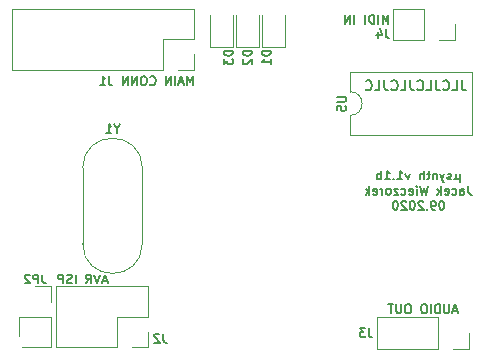
<source format=gbr>
G04 #@! TF.GenerationSoftware,KiCad,Pcbnew,5.1.6*
G04 #@! TF.CreationDate,2020-09-05T15:44:09+02:00*
G04 #@! TF.ProjectId,usynth-jlcpcb,7573796e-7468-42d6-9a6c-637063622e6b,2*
G04 #@! TF.SameCoordinates,Original*
G04 #@! TF.FileFunction,Legend,Bot*
G04 #@! TF.FilePolarity,Positive*
%FSLAX46Y46*%
G04 Gerber Fmt 4.6, Leading zero omitted, Abs format (unit mm)*
G04 Created by KiCad (PCBNEW 5.1.6) date 2020-09-05 15:44:09*
%MOMM*%
%LPD*%
G01*
G04 APERTURE LIST*
%ADD10C,0.150000*%
%ADD11C,0.120000*%
%ADD12C,1.254000*%
%ADD13O,1.802000X1.802000*%
%ADD14R,1.802000X1.802000*%
%ADD15C,1.602000*%
%ADD16O,1.702000X1.702000*%
%ADD17R,1.702000X1.702000*%
G04 APERTURE END LIST*
D10*
X152523928Y-61939285D02*
X152523928Y-61189285D01*
X152273928Y-61725000D01*
X152023928Y-61189285D01*
X152023928Y-61939285D01*
X151666785Y-61939285D02*
X151666785Y-61189285D01*
X151309642Y-61939285D02*
X151309642Y-61189285D01*
X151131071Y-61189285D01*
X151023928Y-61225000D01*
X150952500Y-61296428D01*
X150916785Y-61367857D01*
X150881071Y-61510714D01*
X150881071Y-61617857D01*
X150916785Y-61760714D01*
X150952500Y-61832142D01*
X151023928Y-61903571D01*
X151131071Y-61939285D01*
X151309642Y-61939285D01*
X150559642Y-61939285D02*
X150559642Y-61189285D01*
X149631071Y-61939285D02*
X149631071Y-61189285D01*
X149273928Y-61939285D02*
X149273928Y-61189285D01*
X148845357Y-61939285D01*
X148845357Y-61189285D01*
X158726190Y-66734523D02*
X158726190Y-67341666D01*
X158766666Y-67463095D01*
X158847619Y-67544047D01*
X158969047Y-67584523D01*
X159050000Y-67584523D01*
X157916666Y-67584523D02*
X158321428Y-67584523D01*
X158321428Y-66734523D01*
X157147619Y-67503571D02*
X157188095Y-67544047D01*
X157309523Y-67584523D01*
X157390476Y-67584523D01*
X157511904Y-67544047D01*
X157592857Y-67463095D01*
X157633333Y-67382142D01*
X157673809Y-67220238D01*
X157673809Y-67098809D01*
X157633333Y-66936904D01*
X157592857Y-66855952D01*
X157511904Y-66775000D01*
X157390476Y-66734523D01*
X157309523Y-66734523D01*
X157188095Y-66775000D01*
X157147619Y-66815476D01*
X156540476Y-66734523D02*
X156540476Y-67341666D01*
X156580952Y-67463095D01*
X156661904Y-67544047D01*
X156783333Y-67584523D01*
X156864285Y-67584523D01*
X155730952Y-67584523D02*
X156135714Y-67584523D01*
X156135714Y-66734523D01*
X154961904Y-67503571D02*
X155002380Y-67544047D01*
X155123809Y-67584523D01*
X155204761Y-67584523D01*
X155326190Y-67544047D01*
X155407142Y-67463095D01*
X155447619Y-67382142D01*
X155488095Y-67220238D01*
X155488095Y-67098809D01*
X155447619Y-66936904D01*
X155407142Y-66855952D01*
X155326190Y-66775000D01*
X155204761Y-66734523D01*
X155123809Y-66734523D01*
X155002380Y-66775000D01*
X154961904Y-66815476D01*
X154354761Y-66734523D02*
X154354761Y-67341666D01*
X154395238Y-67463095D01*
X154476190Y-67544047D01*
X154597619Y-67584523D01*
X154678571Y-67584523D01*
X153545238Y-67584523D02*
X153950000Y-67584523D01*
X153950000Y-66734523D01*
X152776190Y-67503571D02*
X152816666Y-67544047D01*
X152938095Y-67584523D01*
X153019047Y-67584523D01*
X153140476Y-67544047D01*
X153221428Y-67463095D01*
X153261904Y-67382142D01*
X153302380Y-67220238D01*
X153302380Y-67098809D01*
X153261904Y-66936904D01*
X153221428Y-66855952D01*
X153140476Y-66775000D01*
X153019047Y-66734523D01*
X152938095Y-66734523D01*
X152816666Y-66775000D01*
X152776190Y-66815476D01*
X152169047Y-66734523D02*
X152169047Y-67341666D01*
X152209523Y-67463095D01*
X152290476Y-67544047D01*
X152411904Y-67584523D01*
X152492857Y-67584523D01*
X151359523Y-67584523D02*
X151764285Y-67584523D01*
X151764285Y-66734523D01*
X150590476Y-67503571D02*
X150630952Y-67544047D01*
X150752380Y-67584523D01*
X150833333Y-67584523D01*
X150954761Y-67544047D01*
X151035714Y-67463095D01*
X151076190Y-67382142D01*
X151116666Y-67220238D01*
X151116666Y-67098809D01*
X151076190Y-66936904D01*
X151035714Y-66855952D01*
X150954761Y-66775000D01*
X150833333Y-66734523D01*
X150752380Y-66734523D01*
X150630952Y-66775000D01*
X150590476Y-66815476D01*
X135982142Y-67139285D02*
X135982142Y-66389285D01*
X135732142Y-66925000D01*
X135482142Y-66389285D01*
X135482142Y-67139285D01*
X135160714Y-66925000D02*
X134803571Y-66925000D01*
X135232142Y-67139285D02*
X134982142Y-66389285D01*
X134732142Y-67139285D01*
X134482142Y-67139285D02*
X134482142Y-66389285D01*
X134125000Y-67139285D02*
X134125000Y-66389285D01*
X133696428Y-67139285D01*
X133696428Y-66389285D01*
X132339285Y-67067857D02*
X132375000Y-67103571D01*
X132482142Y-67139285D01*
X132553571Y-67139285D01*
X132660714Y-67103571D01*
X132732142Y-67032142D01*
X132767857Y-66960714D01*
X132803571Y-66817857D01*
X132803571Y-66710714D01*
X132767857Y-66567857D01*
X132732142Y-66496428D01*
X132660714Y-66425000D01*
X132553571Y-66389285D01*
X132482142Y-66389285D01*
X132375000Y-66425000D01*
X132339285Y-66460714D01*
X131875000Y-66389285D02*
X131732142Y-66389285D01*
X131660714Y-66425000D01*
X131589285Y-66496428D01*
X131553571Y-66639285D01*
X131553571Y-66889285D01*
X131589285Y-67032142D01*
X131660714Y-67103571D01*
X131732142Y-67139285D01*
X131875000Y-67139285D01*
X131946428Y-67103571D01*
X132017857Y-67032142D01*
X132053571Y-66889285D01*
X132053571Y-66639285D01*
X132017857Y-66496428D01*
X131946428Y-66425000D01*
X131875000Y-66389285D01*
X131232142Y-67139285D02*
X131232142Y-66389285D01*
X130803571Y-67139285D01*
X130803571Y-66389285D01*
X130446428Y-67139285D02*
X130446428Y-66389285D01*
X130017857Y-67139285D01*
X130017857Y-66389285D01*
X158323000Y-86231000D02*
X157965857Y-86231000D01*
X158394428Y-86445285D02*
X158144428Y-85695285D01*
X157894428Y-86445285D01*
X157644428Y-85695285D02*
X157644428Y-86302428D01*
X157608714Y-86373857D01*
X157573000Y-86409571D01*
X157501571Y-86445285D01*
X157358714Y-86445285D01*
X157287285Y-86409571D01*
X157251571Y-86373857D01*
X157215857Y-86302428D01*
X157215857Y-85695285D01*
X156858714Y-86445285D02*
X156858714Y-85695285D01*
X156680142Y-85695285D01*
X156573000Y-85731000D01*
X156501571Y-85802428D01*
X156465857Y-85873857D01*
X156430142Y-86016714D01*
X156430142Y-86123857D01*
X156465857Y-86266714D01*
X156501571Y-86338142D01*
X156573000Y-86409571D01*
X156680142Y-86445285D01*
X156858714Y-86445285D01*
X156108714Y-86445285D02*
X156108714Y-85695285D01*
X155608714Y-85695285D02*
X155465857Y-85695285D01*
X155394428Y-85731000D01*
X155323000Y-85802428D01*
X155287285Y-85945285D01*
X155287285Y-86195285D01*
X155323000Y-86338142D01*
X155394428Y-86409571D01*
X155465857Y-86445285D01*
X155608714Y-86445285D01*
X155680142Y-86409571D01*
X155751571Y-86338142D01*
X155787285Y-86195285D01*
X155787285Y-85945285D01*
X155751571Y-85802428D01*
X155680142Y-85731000D01*
X155608714Y-85695285D01*
X154251571Y-85695285D02*
X154108714Y-85695285D01*
X154037285Y-85731000D01*
X153965857Y-85802428D01*
X153930142Y-85945285D01*
X153930142Y-86195285D01*
X153965857Y-86338142D01*
X154037285Y-86409571D01*
X154108714Y-86445285D01*
X154251571Y-86445285D01*
X154323000Y-86409571D01*
X154394428Y-86338142D01*
X154430142Y-86195285D01*
X154430142Y-85945285D01*
X154394428Y-85802428D01*
X154323000Y-85731000D01*
X154251571Y-85695285D01*
X153608714Y-85695285D02*
X153608714Y-86302428D01*
X153573000Y-86373857D01*
X153537285Y-86409571D01*
X153465857Y-86445285D01*
X153323000Y-86445285D01*
X153251571Y-86409571D01*
X153215857Y-86373857D01*
X153180142Y-86302428D01*
X153180142Y-85695285D01*
X152930142Y-85695285D02*
X152501571Y-85695285D01*
X152715857Y-86445285D02*
X152715857Y-85695285D01*
X128671428Y-83725000D02*
X128314285Y-83725000D01*
X128742857Y-83939285D02*
X128492857Y-83189285D01*
X128242857Y-83939285D01*
X128100000Y-83189285D02*
X127850000Y-83939285D01*
X127600000Y-83189285D01*
X126921428Y-83939285D02*
X127171428Y-83582142D01*
X127350000Y-83939285D02*
X127350000Y-83189285D01*
X127064285Y-83189285D01*
X126992857Y-83225000D01*
X126957142Y-83260714D01*
X126921428Y-83332142D01*
X126921428Y-83439285D01*
X126957142Y-83510714D01*
X126992857Y-83546428D01*
X127064285Y-83582142D01*
X127350000Y-83582142D01*
X126028571Y-83939285D02*
X126028571Y-83189285D01*
X125707142Y-83903571D02*
X125600000Y-83939285D01*
X125421428Y-83939285D01*
X125350000Y-83903571D01*
X125314285Y-83867857D01*
X125278571Y-83796428D01*
X125278571Y-83725000D01*
X125314285Y-83653571D01*
X125350000Y-83617857D01*
X125421428Y-83582142D01*
X125564285Y-83546428D01*
X125635714Y-83510714D01*
X125671428Y-83475000D01*
X125707142Y-83403571D01*
X125707142Y-83332142D01*
X125671428Y-83260714D01*
X125635714Y-83225000D01*
X125564285Y-83189285D01*
X125385714Y-83189285D01*
X125278571Y-83225000D01*
X124957142Y-83939285D02*
X124957142Y-83189285D01*
X124671428Y-83189285D01*
X124600000Y-83225000D01*
X124564285Y-83260714D01*
X124528571Y-83332142D01*
X124528571Y-83439285D01*
X124564285Y-83510714D01*
X124600000Y-83546428D01*
X124671428Y-83582142D01*
X124957142Y-83582142D01*
X158567000Y-74637285D02*
X158567000Y-75387285D01*
X158209857Y-75030142D02*
X158174142Y-75101571D01*
X158102714Y-75137285D01*
X158567000Y-75030142D02*
X158531285Y-75101571D01*
X158459857Y-75137285D01*
X158317000Y-75137285D01*
X158245571Y-75101571D01*
X158209857Y-75030142D01*
X158209857Y-74637285D01*
X157817000Y-75101571D02*
X157745571Y-75137285D01*
X157602714Y-75137285D01*
X157531285Y-75101571D01*
X157495571Y-75030142D01*
X157495571Y-74994428D01*
X157531285Y-74923000D01*
X157602714Y-74887285D01*
X157709857Y-74887285D01*
X157781285Y-74851571D01*
X157817000Y-74780142D01*
X157817000Y-74744428D01*
X157781285Y-74673000D01*
X157709857Y-74637285D01*
X157602714Y-74637285D01*
X157531285Y-74673000D01*
X157245571Y-74637285D02*
X157067000Y-75137285D01*
X156888428Y-74637285D02*
X157067000Y-75137285D01*
X157138428Y-75315857D01*
X157174142Y-75351571D01*
X157245571Y-75387285D01*
X156602714Y-74637285D02*
X156602714Y-75137285D01*
X156602714Y-74708714D02*
X156567000Y-74673000D01*
X156495571Y-74637285D01*
X156388428Y-74637285D01*
X156317000Y-74673000D01*
X156281285Y-74744428D01*
X156281285Y-75137285D01*
X156031285Y-74637285D02*
X155745571Y-74637285D01*
X155924142Y-74387285D02*
X155924142Y-75030142D01*
X155888428Y-75101571D01*
X155817000Y-75137285D01*
X155745571Y-75137285D01*
X155495571Y-75137285D02*
X155495571Y-74387285D01*
X155174142Y-75137285D02*
X155174142Y-74744428D01*
X155209857Y-74673000D01*
X155281285Y-74637285D01*
X155388428Y-74637285D01*
X155459857Y-74673000D01*
X155495571Y-74708714D01*
X154317000Y-74637285D02*
X154138428Y-75137285D01*
X153959857Y-74637285D01*
X153281285Y-75137285D02*
X153709857Y-75137285D01*
X153495571Y-75137285D02*
X153495571Y-74387285D01*
X153567000Y-74494428D01*
X153638428Y-74565857D01*
X153709857Y-74601571D01*
X152959857Y-75065857D02*
X152924142Y-75101571D01*
X152959857Y-75137285D01*
X152995571Y-75101571D01*
X152959857Y-75065857D01*
X152959857Y-75137285D01*
X152209857Y-75137285D02*
X152638428Y-75137285D01*
X152424142Y-75137285D02*
X152424142Y-74387285D01*
X152495571Y-74494428D01*
X152567000Y-74565857D01*
X152638428Y-74601571D01*
X151888428Y-75137285D02*
X151888428Y-74387285D01*
X151888428Y-74673000D02*
X151817000Y-74637285D01*
X151674142Y-74637285D01*
X151602714Y-74673000D01*
X151567000Y-74708714D01*
X151531285Y-74780142D01*
X151531285Y-74994428D01*
X151567000Y-75065857D01*
X151602714Y-75101571D01*
X151674142Y-75137285D01*
X151817000Y-75137285D01*
X151888428Y-75101571D01*
X159281285Y-75662285D02*
X159281285Y-76198000D01*
X159317000Y-76305142D01*
X159388428Y-76376571D01*
X159495571Y-76412285D01*
X159567000Y-76412285D01*
X158602714Y-76412285D02*
X158602714Y-76019428D01*
X158638428Y-75948000D01*
X158709857Y-75912285D01*
X158852714Y-75912285D01*
X158924142Y-75948000D01*
X158602714Y-76376571D02*
X158674142Y-76412285D01*
X158852714Y-76412285D01*
X158924142Y-76376571D01*
X158959857Y-76305142D01*
X158959857Y-76233714D01*
X158924142Y-76162285D01*
X158852714Y-76126571D01*
X158674142Y-76126571D01*
X158602714Y-76090857D01*
X157924142Y-76376571D02*
X157995571Y-76412285D01*
X158138428Y-76412285D01*
X158209857Y-76376571D01*
X158245571Y-76340857D01*
X158281285Y-76269428D01*
X158281285Y-76055142D01*
X158245571Y-75983714D01*
X158209857Y-75948000D01*
X158138428Y-75912285D01*
X157995571Y-75912285D01*
X157924142Y-75948000D01*
X157317000Y-76376571D02*
X157388428Y-76412285D01*
X157531285Y-76412285D01*
X157602714Y-76376571D01*
X157638428Y-76305142D01*
X157638428Y-76019428D01*
X157602714Y-75948000D01*
X157531285Y-75912285D01*
X157388428Y-75912285D01*
X157317000Y-75948000D01*
X157281285Y-76019428D01*
X157281285Y-76090857D01*
X157638428Y-76162285D01*
X156959857Y-76412285D02*
X156959857Y-75662285D01*
X156888428Y-76126571D02*
X156674142Y-76412285D01*
X156674142Y-75912285D02*
X156959857Y-76198000D01*
X155852714Y-75662285D02*
X155674142Y-76412285D01*
X155531285Y-75876571D01*
X155388428Y-76412285D01*
X155209857Y-75662285D01*
X154924142Y-76412285D02*
X154924142Y-75912285D01*
X154924142Y-75662285D02*
X154959857Y-75698000D01*
X154924142Y-75733714D01*
X154888428Y-75698000D01*
X154924142Y-75662285D01*
X154924142Y-75733714D01*
X154281285Y-76376571D02*
X154352714Y-76412285D01*
X154495571Y-76412285D01*
X154567000Y-76376571D01*
X154602714Y-76305142D01*
X154602714Y-76019428D01*
X154567000Y-75948000D01*
X154495571Y-75912285D01*
X154352714Y-75912285D01*
X154281285Y-75948000D01*
X154245571Y-76019428D01*
X154245571Y-76090857D01*
X154602714Y-76162285D01*
X153602714Y-76376571D02*
X153674142Y-76412285D01*
X153817000Y-76412285D01*
X153888428Y-76376571D01*
X153924142Y-76340857D01*
X153959857Y-76269428D01*
X153959857Y-76055142D01*
X153924142Y-75983714D01*
X153888428Y-75948000D01*
X153817000Y-75912285D01*
X153674142Y-75912285D01*
X153602714Y-75948000D01*
X153352714Y-75912285D02*
X152959857Y-75912285D01*
X153352714Y-76412285D01*
X152959857Y-76412285D01*
X152567000Y-76412285D02*
X152638428Y-76376571D01*
X152674142Y-76340857D01*
X152709857Y-76269428D01*
X152709857Y-76055142D01*
X152674142Y-75983714D01*
X152638428Y-75948000D01*
X152567000Y-75912285D01*
X152459857Y-75912285D01*
X152388428Y-75948000D01*
X152352714Y-75983714D01*
X152317000Y-76055142D01*
X152317000Y-76269428D01*
X152352714Y-76340857D01*
X152388428Y-76376571D01*
X152459857Y-76412285D01*
X152567000Y-76412285D01*
X151995571Y-76412285D02*
X151995571Y-75912285D01*
X151995571Y-76055142D02*
X151959857Y-75983714D01*
X151924142Y-75948000D01*
X151852714Y-75912285D01*
X151781285Y-75912285D01*
X151245571Y-76376571D02*
X151317000Y-76412285D01*
X151459857Y-76412285D01*
X151531285Y-76376571D01*
X151567000Y-76305142D01*
X151567000Y-76019428D01*
X151531285Y-75948000D01*
X151459857Y-75912285D01*
X151317000Y-75912285D01*
X151245571Y-75948000D01*
X151209857Y-76019428D01*
X151209857Y-76090857D01*
X151567000Y-76162285D01*
X150888428Y-76412285D02*
X150888428Y-75662285D01*
X150817000Y-76126571D02*
X150602714Y-76412285D01*
X150602714Y-75912285D02*
X150888428Y-76198000D01*
X157067000Y-76937285D02*
X156995571Y-76937285D01*
X156924142Y-76973000D01*
X156888428Y-77008714D01*
X156852714Y-77080142D01*
X156817000Y-77223000D01*
X156817000Y-77401571D01*
X156852714Y-77544428D01*
X156888428Y-77615857D01*
X156924142Y-77651571D01*
X156995571Y-77687285D01*
X157067000Y-77687285D01*
X157138428Y-77651571D01*
X157174142Y-77615857D01*
X157209857Y-77544428D01*
X157245571Y-77401571D01*
X157245571Y-77223000D01*
X157209857Y-77080142D01*
X157174142Y-77008714D01*
X157138428Y-76973000D01*
X157067000Y-76937285D01*
X156459857Y-77687285D02*
X156317000Y-77687285D01*
X156245571Y-77651571D01*
X156209857Y-77615857D01*
X156138428Y-77508714D01*
X156102714Y-77365857D01*
X156102714Y-77080142D01*
X156138428Y-77008714D01*
X156174142Y-76973000D01*
X156245571Y-76937285D01*
X156388428Y-76937285D01*
X156459857Y-76973000D01*
X156495571Y-77008714D01*
X156531285Y-77080142D01*
X156531285Y-77258714D01*
X156495571Y-77330142D01*
X156459857Y-77365857D01*
X156388428Y-77401571D01*
X156245571Y-77401571D01*
X156174142Y-77365857D01*
X156138428Y-77330142D01*
X156102714Y-77258714D01*
X155781285Y-77615857D02*
X155745571Y-77651571D01*
X155781285Y-77687285D01*
X155817000Y-77651571D01*
X155781285Y-77615857D01*
X155781285Y-77687285D01*
X155459857Y-77008714D02*
X155424142Y-76973000D01*
X155352714Y-76937285D01*
X155174142Y-76937285D01*
X155102714Y-76973000D01*
X155067000Y-77008714D01*
X155031285Y-77080142D01*
X155031285Y-77151571D01*
X155067000Y-77258714D01*
X155495571Y-77687285D01*
X155031285Y-77687285D01*
X154567000Y-76937285D02*
X154495571Y-76937285D01*
X154424142Y-76973000D01*
X154388428Y-77008714D01*
X154352714Y-77080142D01*
X154317000Y-77223000D01*
X154317000Y-77401571D01*
X154352714Y-77544428D01*
X154388428Y-77615857D01*
X154424142Y-77651571D01*
X154495571Y-77687285D01*
X154567000Y-77687285D01*
X154638428Y-77651571D01*
X154674142Y-77615857D01*
X154709857Y-77544428D01*
X154745571Y-77401571D01*
X154745571Y-77223000D01*
X154709857Y-77080142D01*
X154674142Y-77008714D01*
X154638428Y-76973000D01*
X154567000Y-76937285D01*
X154031285Y-77008714D02*
X153995571Y-76973000D01*
X153924142Y-76937285D01*
X153745571Y-76937285D01*
X153674142Y-76973000D01*
X153638428Y-77008714D01*
X153602714Y-77080142D01*
X153602714Y-77151571D01*
X153638428Y-77258714D01*
X154067000Y-77687285D01*
X153602714Y-77687285D01*
X153138428Y-76937285D02*
X153067000Y-76937285D01*
X152995571Y-76973000D01*
X152959857Y-77008714D01*
X152924142Y-77080142D01*
X152888428Y-77223000D01*
X152888428Y-77401571D01*
X152924142Y-77544428D01*
X152959857Y-77615857D01*
X152995571Y-77651571D01*
X153067000Y-77687285D01*
X153138428Y-77687285D01*
X153209857Y-77651571D01*
X153245571Y-77615857D01*
X153281285Y-77544428D01*
X153317000Y-77401571D01*
X153317000Y-77223000D01*
X153281285Y-77080142D01*
X153245571Y-77008714D01*
X153209857Y-76973000D01*
X153138428Y-76937285D01*
D11*
X139360000Y-61200000D02*
X139360000Y-63885000D01*
X139360000Y-63885000D02*
X137440000Y-63885000D01*
X137440000Y-63885000D02*
X137440000Y-61200000D01*
X120670000Y-65870000D02*
X120670000Y-60670000D01*
X133430000Y-65870000D02*
X120670000Y-65870000D01*
X136030000Y-60670000D02*
X120670000Y-60670000D01*
X133430000Y-65870000D02*
X133430000Y-63270000D01*
X133430000Y-63270000D02*
X136030000Y-63270000D01*
X136030000Y-63270000D02*
X136030000Y-60670000D01*
X134700000Y-65870000D02*
X136030000Y-65870000D01*
X136030000Y-65870000D02*
X136030000Y-64540000D01*
X141560000Y-61200000D02*
X141560000Y-63885000D01*
X141560000Y-63885000D02*
X139640000Y-63885000D01*
X139640000Y-63885000D02*
X139640000Y-61200000D01*
X143760000Y-61200000D02*
X143760000Y-63885000D01*
X143760000Y-63885000D02*
X141840000Y-63885000D01*
X141840000Y-63885000D02*
X141840000Y-61200000D01*
X126634000Y-74170000D02*
X126634000Y-80570000D01*
X131684000Y-74170000D02*
X131684000Y-80570000D01*
X131684000Y-80570000D02*
G75*
G02*
X126634000Y-80570000I-2525000J0D01*
G01*
X131684000Y-74170000D02*
G75*
G03*
X126634000Y-74170000I-2525000J0D01*
G01*
X149292000Y-67707000D02*
X149292000Y-66057000D01*
X149292000Y-66057000D02*
X159572000Y-66057000D01*
X159572000Y-66057000D02*
X159572000Y-71357000D01*
X159572000Y-71357000D02*
X149292000Y-71357000D01*
X149292000Y-71357000D02*
X149292000Y-69707000D01*
X149292000Y-69707000D02*
G75*
G03*
X149292000Y-67707000I0J1000000D01*
G01*
X152930000Y-63330000D02*
X152930000Y-60670000D01*
X155530000Y-63330000D02*
X152930000Y-63330000D01*
X155530000Y-60670000D02*
X152930000Y-60670000D01*
X155530000Y-63330000D02*
X155530000Y-60670000D01*
X156800000Y-63330000D02*
X158130000Y-63330000D01*
X158130000Y-63330000D02*
X158130000Y-62000000D01*
X151578000Y-89468000D02*
X151578000Y-86808000D01*
X156718000Y-89468000D02*
X151578000Y-89468000D01*
X156718000Y-86808000D02*
X151578000Y-86808000D01*
X156718000Y-89468000D02*
X156718000Y-86808000D01*
X157988000Y-89468000D02*
X159318000Y-89468000D01*
X159318000Y-89468000D02*
X159318000Y-88138000D01*
X124390000Y-89341000D02*
X124390000Y-84141000D01*
X129530000Y-89341000D02*
X124390000Y-89341000D01*
X132130000Y-84141000D02*
X124390000Y-84141000D01*
X129530000Y-89341000D02*
X129530000Y-86741000D01*
X129530000Y-86741000D02*
X132130000Y-86741000D01*
X132130000Y-86741000D02*
X132130000Y-84141000D01*
X130800000Y-89341000D02*
X132130000Y-89341000D01*
X132130000Y-89341000D02*
X132130000Y-88011000D01*
X123930000Y-89341000D02*
X121270000Y-89341000D01*
X123930000Y-86741000D02*
X123930000Y-89341000D01*
X121270000Y-86741000D02*
X121270000Y-89341000D01*
X123930000Y-86741000D02*
X121270000Y-86741000D01*
X123930000Y-85471000D02*
X123930000Y-84141000D01*
X123930000Y-84141000D02*
X122600000Y-84141000D01*
D10*
X139339285Y-64246428D02*
X138589285Y-64246428D01*
X138589285Y-64425000D01*
X138625000Y-64532142D01*
X138696428Y-64603571D01*
X138767857Y-64639285D01*
X138910714Y-64675000D01*
X139017857Y-64675000D01*
X139160714Y-64639285D01*
X139232142Y-64603571D01*
X139303571Y-64532142D01*
X139339285Y-64425000D01*
X139339285Y-64246428D01*
X138589285Y-64925000D02*
X138589285Y-65389285D01*
X138875000Y-65139285D01*
X138875000Y-65246428D01*
X138910714Y-65317857D01*
X138946428Y-65353571D01*
X139017857Y-65389285D01*
X139196428Y-65389285D01*
X139267857Y-65353571D01*
X139303571Y-65317857D01*
X139339285Y-65246428D01*
X139339285Y-65032142D01*
X139303571Y-64960714D01*
X139267857Y-64925000D01*
X128850000Y-66389285D02*
X128850000Y-66925000D01*
X128885714Y-67032142D01*
X128957142Y-67103571D01*
X129064285Y-67139285D01*
X129135714Y-67139285D01*
X128100000Y-67139285D02*
X128528571Y-67139285D01*
X128314285Y-67139285D02*
X128314285Y-66389285D01*
X128385714Y-66496428D01*
X128457142Y-66567857D01*
X128528571Y-66603571D01*
X140939285Y-64246428D02*
X140189285Y-64246428D01*
X140189285Y-64425000D01*
X140225000Y-64532142D01*
X140296428Y-64603571D01*
X140367857Y-64639285D01*
X140510714Y-64675000D01*
X140617857Y-64675000D01*
X140760714Y-64639285D01*
X140832142Y-64603571D01*
X140903571Y-64532142D01*
X140939285Y-64425000D01*
X140939285Y-64246428D01*
X140260714Y-64960714D02*
X140225000Y-64996428D01*
X140189285Y-65067857D01*
X140189285Y-65246428D01*
X140225000Y-65317857D01*
X140260714Y-65353571D01*
X140332142Y-65389285D01*
X140403571Y-65389285D01*
X140510714Y-65353571D01*
X140939285Y-64925000D01*
X140939285Y-65389285D01*
X142539285Y-64246428D02*
X141789285Y-64246428D01*
X141789285Y-64425000D01*
X141825000Y-64532142D01*
X141896428Y-64603571D01*
X141967857Y-64639285D01*
X142110714Y-64675000D01*
X142217857Y-64675000D01*
X142360714Y-64639285D01*
X142432142Y-64603571D01*
X142503571Y-64532142D01*
X142539285Y-64425000D01*
X142539285Y-64246428D01*
X142539285Y-65389285D02*
X142539285Y-64960714D01*
X142539285Y-65175000D02*
X141789285Y-65175000D01*
X141896428Y-65103571D01*
X141967857Y-65032142D01*
X142003571Y-64960714D01*
X129516142Y-70848142D02*
X129516142Y-71205285D01*
X129766142Y-70455285D02*
X129516142Y-70848142D01*
X129266142Y-70455285D01*
X128623285Y-71205285D02*
X129051857Y-71205285D01*
X128837571Y-71205285D02*
X128837571Y-70455285D01*
X128909000Y-70562428D01*
X128980428Y-70633857D01*
X129051857Y-70669571D01*
X148179285Y-68135571D02*
X148786428Y-68135571D01*
X148857857Y-68171285D01*
X148893571Y-68207000D01*
X148929285Y-68278428D01*
X148929285Y-68421285D01*
X148893571Y-68492714D01*
X148857857Y-68528428D01*
X148786428Y-68564142D01*
X148179285Y-68564142D01*
X148179285Y-69278428D02*
X148179285Y-68921285D01*
X148536428Y-68885571D01*
X148500714Y-68921285D01*
X148465000Y-68992714D01*
X148465000Y-69171285D01*
X148500714Y-69242714D01*
X148536428Y-69278428D01*
X148607857Y-69314142D01*
X148786428Y-69314142D01*
X148857857Y-69278428D01*
X148893571Y-69242714D01*
X148929285Y-69171285D01*
X148929285Y-68992714D01*
X148893571Y-68921285D01*
X148857857Y-68885571D01*
X152290000Y-62389285D02*
X152290000Y-62925000D01*
X152325714Y-63032142D01*
X152397142Y-63103571D01*
X152504285Y-63139285D01*
X152575714Y-63139285D01*
X151611428Y-62639285D02*
X151611428Y-63139285D01*
X151790000Y-62353571D02*
X151968571Y-62889285D01*
X151504285Y-62889285D01*
X150850000Y-87727285D02*
X150850000Y-88263000D01*
X150885714Y-88370142D01*
X150957142Y-88441571D01*
X151064285Y-88477285D01*
X151135714Y-88477285D01*
X150564285Y-87727285D02*
X150100000Y-87727285D01*
X150350000Y-88013000D01*
X150242857Y-88013000D01*
X150171428Y-88048714D01*
X150135714Y-88084428D01*
X150100000Y-88155857D01*
X150100000Y-88334428D01*
X150135714Y-88405857D01*
X150171428Y-88441571D01*
X150242857Y-88477285D01*
X150457142Y-88477285D01*
X150528571Y-88441571D01*
X150564285Y-88405857D01*
X133450000Y-88189285D02*
X133450000Y-88725000D01*
X133485714Y-88832142D01*
X133557142Y-88903571D01*
X133664285Y-88939285D01*
X133735714Y-88939285D01*
X133128571Y-88260714D02*
X133092857Y-88225000D01*
X133021428Y-88189285D01*
X132842857Y-88189285D01*
X132771428Y-88225000D01*
X132735714Y-88260714D01*
X132700000Y-88332142D01*
X132700000Y-88403571D01*
X132735714Y-88510714D01*
X133164285Y-88939285D01*
X132700000Y-88939285D01*
X123225000Y-83189285D02*
X123225000Y-83725000D01*
X123260714Y-83832142D01*
X123332142Y-83903571D01*
X123439285Y-83939285D01*
X123510714Y-83939285D01*
X122867857Y-83939285D02*
X122867857Y-83189285D01*
X122582142Y-83189285D01*
X122510714Y-83225000D01*
X122475000Y-83260714D01*
X122439285Y-83332142D01*
X122439285Y-83439285D01*
X122475000Y-83510714D01*
X122510714Y-83546428D01*
X122582142Y-83582142D01*
X122867857Y-83582142D01*
X122153571Y-83260714D02*
X122117857Y-83225000D01*
X122046428Y-83189285D01*
X121867857Y-83189285D01*
X121796428Y-83225000D01*
X121760714Y-83260714D01*
X121725000Y-83332142D01*
X121725000Y-83403571D01*
X121760714Y-83510714D01*
X122189285Y-83939285D01*
X121725000Y-83939285D01*
%LPC*%
D12*
X121000000Y-89000000D03*
X159000000Y-61000000D03*
G36*
G01*
X138881750Y-61801000D02*
X137918250Y-61801000D01*
G75*
G02*
X137649000Y-61531750I0J269250D01*
G01*
X137649000Y-60993250D01*
G75*
G02*
X137918250Y-60724000I269250J0D01*
G01*
X138881750Y-60724000D01*
G75*
G02*
X139151000Y-60993250I0J-269250D01*
G01*
X139151000Y-61531750D01*
G75*
G02*
X138881750Y-61801000I-269250J0D01*
G01*
G37*
G36*
G01*
X138881750Y-63676000D02*
X137918250Y-63676000D01*
G75*
G02*
X137649000Y-63406750I0J269250D01*
G01*
X137649000Y-62868250D01*
G75*
G02*
X137918250Y-62599000I269250J0D01*
G01*
X138881750Y-62599000D01*
G75*
G02*
X139151000Y-62868250I0J-269250D01*
G01*
X139151000Y-63406750D01*
G75*
G02*
X138881750Y-63676000I-269250J0D01*
G01*
G37*
D13*
X122000000Y-62000000D03*
X122000000Y-64540000D03*
X124540000Y-62000000D03*
X124540000Y-64540000D03*
X127080000Y-62000000D03*
X127080000Y-64540000D03*
X129620000Y-62000000D03*
X129620000Y-64540000D03*
X132160000Y-62000000D03*
X132160000Y-64540000D03*
X134700000Y-62000000D03*
D14*
X134700000Y-64540000D03*
G36*
G01*
X141081750Y-61801000D02*
X140118250Y-61801000D01*
G75*
G02*
X139849000Y-61531750I0J269250D01*
G01*
X139849000Y-60993250D01*
G75*
G02*
X140118250Y-60724000I269250J0D01*
G01*
X141081750Y-60724000D01*
G75*
G02*
X141351000Y-60993250I0J-269250D01*
G01*
X141351000Y-61531750D01*
G75*
G02*
X141081750Y-61801000I-269250J0D01*
G01*
G37*
G36*
G01*
X141081750Y-63676000D02*
X140118250Y-63676000D01*
G75*
G02*
X139849000Y-63406750I0J269250D01*
G01*
X139849000Y-62868250D01*
G75*
G02*
X140118250Y-62599000I269250J0D01*
G01*
X141081750Y-62599000D01*
G75*
G02*
X141351000Y-62868250I0J-269250D01*
G01*
X141351000Y-63406750D01*
G75*
G02*
X141081750Y-63676000I-269250J0D01*
G01*
G37*
G36*
G01*
X143281750Y-61801000D02*
X142318250Y-61801000D01*
G75*
G02*
X142049000Y-61531750I0J269250D01*
G01*
X142049000Y-60993250D01*
G75*
G02*
X142318250Y-60724000I269250J0D01*
G01*
X143281750Y-60724000D01*
G75*
G02*
X143551000Y-60993250I0J-269250D01*
G01*
X143551000Y-61531750D01*
G75*
G02*
X143281750Y-61801000I-269250J0D01*
G01*
G37*
G36*
G01*
X143281750Y-63676000D02*
X142318250Y-63676000D01*
G75*
G02*
X142049000Y-63406750I0J269250D01*
G01*
X142049000Y-62868250D01*
G75*
G02*
X142318250Y-62599000I269250J0D01*
G01*
X143281750Y-62599000D01*
G75*
G02*
X143551000Y-62868250I0J-269250D01*
G01*
X143551000Y-63406750D01*
G75*
G02*
X143281750Y-63676000I-269250J0D01*
G01*
G37*
D15*
X129159000Y-79810000D03*
X129159000Y-74930000D03*
D16*
X150622000Y-72517000D03*
X158242000Y-64897000D03*
X153162000Y-72517000D03*
X155702000Y-64897000D03*
X155702000Y-72517000D03*
X153162000Y-64897000D03*
X158242000Y-72517000D03*
D17*
X150622000Y-64897000D03*
D13*
X154260000Y-62000000D03*
D14*
X156800000Y-62000000D03*
D13*
X152908000Y-88138000D03*
X155448000Y-88138000D03*
D14*
X157988000Y-88138000D03*
D13*
X125720000Y-85471000D03*
X125720000Y-88011000D03*
X128260000Y-85471000D03*
X128260000Y-88011000D03*
X130800000Y-85471000D03*
D14*
X130800000Y-88011000D03*
D13*
X122600000Y-88011000D03*
D14*
X122600000Y-85471000D03*
M02*

</source>
